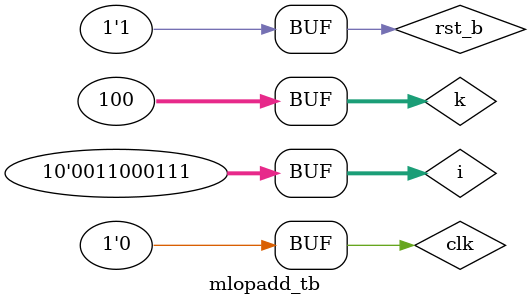
<source format=v>
module mlopadd(
  input clk, 
  input rst_b,
  input [9:0] i,
  output [15:0] a
);

wire [9:0] temp;

rgst #(.w(10)) reg1 (
  .clk(clk),
  .rst_b(rst_b),
  .ld(1'b1),
  .clr(1'b0),
  .d(i),
  .q(temp)
);

rgst #(.w(16)) reg2 (
  .clk(clk),
  .rst_b(rst_b),
  .ld(1'b1),
  .clr(1'b0),
  .d(temp + a),
  .q(a)
);

endmodule

module mlopadd_tb;

  reg clk;
  reg rst_b;
  reg [9:0] i;
  wire [15:0] a; 

  mlopadd uut (
    .clk(clk),
    .rst_b(rst_b),
    .i(i),
    .a(a)
  );
  localparam CLK_PERIOD = 100;
    localparam RUNNING_CYCLES = 101;
    initial begin
        clk = 1'd0;
        repeat (2*RUNNING_CYCLES) #(CLK_PERIOD/2) clk = ~clk;
    end
    
    localparam RST_DURATION = 25;
    initial begin
      rst_b = 1'd0;
      #RST_DURATION rst_b = 1'd1;
    end
    
    integer k;
    initial begin
      for(k = 0; k <= 99; k = k + 1) begin
        i = 2 * k + 1; # 100;
      end
    end

    initial begin
        $monitor("Timpul: %0t | Suma: %d", $time, a);
    end
endmodule

/*module mlopadd (
    input clk,
    input rst_b,
    output reg [13:0] a 
);

    reg [6:0] i; 

    always @(posedge clk or negedge rst_b) begin
      if (!rst_b) begin
        a <= 0;      
        i <= 0;      
      end else if (i < 100) begin
        a <= a + (2 * i + 1);  
        i <= i + 1;            
      end
    end
  endmodule

module mlopadd_tb;

  reg clk;
  reg rst_b;
  wire [13:0] a; 

  mlopadd uut (
    .clk(clk),
    .rst_b(rst_b),
    .a(a)
  );
  localparam CLK_PERIOD = 100;
    localparam RUNNING_CYCLES = 100;
    initial begin
        clk = 1'd0;
        repeat (2*RUNNING_CYCLES) #(CLK_PERIOD/2) clk = ~clk;
    end
    
    localparam RST_DURATION = 25;
    initial begin
      rst_b = 1'd0;
      #RST_DURATION rst_b = 1'd1;
    end

    initial begin
        $monitor("Timpul: %0t | Suma: %d", $time, a);
    end
endmodule*/


</source>
